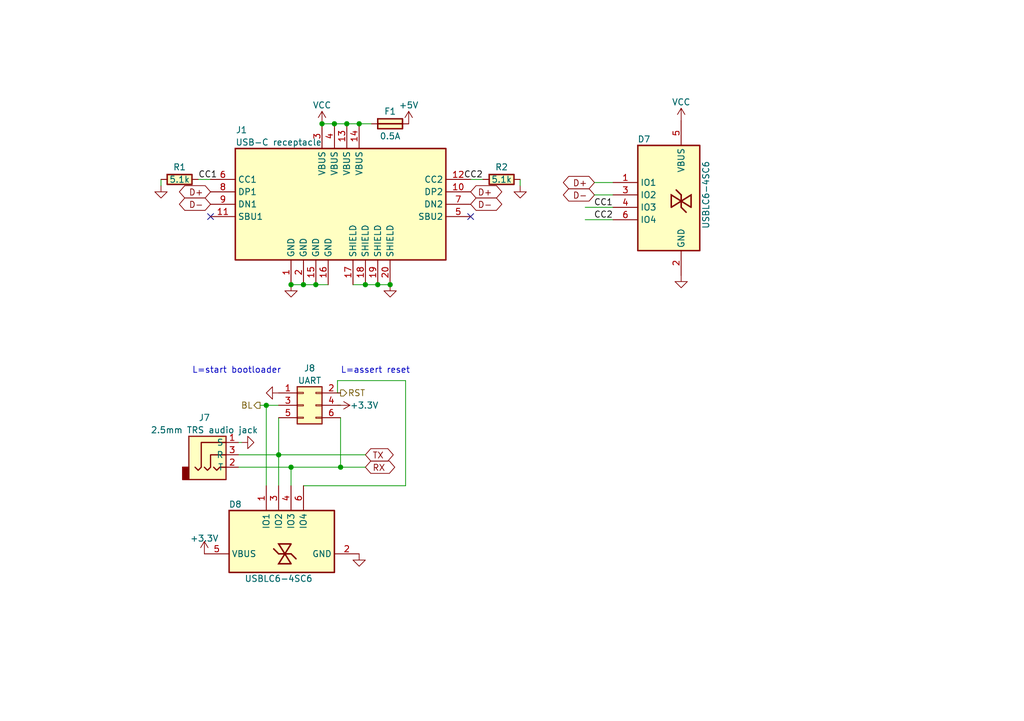
<source format=kicad_sch>
(kicad_sch (version 20230121) (generator eeschema)
  (paper "A5")
  (title_block (title "rSIM") (date "$date$") (rev "$version$.$revision$") (company "CuVoodoo") (comment 1 "King Kévin") (comment 2 "CERN-OHL-S") (comment 3 "USB and UART ports"))
  (lib_symbols
    (symbol "Connector_Audio:AudioJack3"
      (property "Reference" "J7" (at -1.905 7.62 0))
      (property "Value" "AudioJack3" (at -1.905 5.08 0))
      (symbol "AudioJack3_0_1"
        (rectangle (start -5.08 -5.08) (end -6.35 -2.54) (stroke (width 0.254)) (fill (type outline)))
        (polyline (pts (xy 0 -2.54) (xy 0.635 -3.175) (xy 1.27 -2.54) (xy 2.54 -2.54)) (stroke (width 0.254)))
        (polyline (pts (xy -1.905 -2.54) (xy -1.27 -3.175) (xy -0.635 -2.54) (xy -0.635 0) (xy 2.54 0)) (stroke (width 0.254)))
        (polyline (pts (xy 2.54 2.54) (xy -2.54 2.54) (xy -2.54 -2.54) (xy -3.175 -3.175) (xy -3.81 -2.54)) (stroke (width 0.254)))
        (rectangle (start 2.54 3.81) (end -5.08 -5.08) (stroke (width 0.254)) (fill (type background)))
      )
      (symbol "AudioJack3_1_1"
        (pin passive line (at 5.08 2.54 180) (length 2.54) (name "S") (number "1"))
        (pin passive line (at 5.08 -2.54 180) (length 2.54) (name "T") (number "2"))
        (pin passive line (at 5.08 0 180) (length 2.54) (name "R") (number "3"))
      )
    )
    (symbol "Connector_Generic:Conn_02x03_Odd_Even" (pin_names (offset 1.016) hide)
      (property "Reference" "J" (at 1.27 5.08 0))
      (property "Value" "Conn_02x03_Odd_Even" (at 1.27 -5.08 0))
      (symbol "Conn_02x03_Odd_Even_1_1"
        (rectangle (start -1.27 -2.413) (end 0 -2.667) (stroke (width 0.1524)))
        (rectangle (start -1.27 0.127) (end 0 -0.127) (stroke (width 0.1524)))
        (rectangle (start -1.27 2.667) (end 0 2.413) (stroke (width 0.1524)))
        (rectangle (start -1.27 3.81) (end 3.81 -3.81) (stroke (width 0.254)) (fill (type background)))
        (rectangle (start 3.81 -2.413) (end 2.54 -2.667) (stroke (width 0.1524)))
        (rectangle (start 3.81 0.127) (end 2.54 -0.127) (stroke (width 0.1524)))
        (rectangle (start 3.81 2.667) (end 2.54 2.413) (stroke (width 0.1524)))
        (pin passive line (at -5.08 2.54 0) (length 3.81) (name "Pin_1") (number "1"))
        (pin passive line (at 7.62 2.54 180) (length 3.81) (name "Pin_2") (number "2"))
        (pin passive line (at -5.08 0 0) (length 3.81) (name "Pin_3") (number "3"))
        (pin passive line (at 7.62 0 180) (length 3.81) (name "Pin_4") (number "4"))
        (pin passive line (at -5.08 -2.54 0) (length 3.81) (name "Pin_5") (number "5"))
        (pin passive line (at 7.62 -2.54 180) (length 3.81) (name "Pin_6") (number "6"))
      )
    )
    (symbol "partdb:TVS/USBLC6-4SC6"
      (property "Reference" "D" (at 0 0.762 0))
      (property "Value" "USBLC6-4SC6" (at 9.652 -22.352 0))
      (symbol "TVS/USBLC6-4SC6_1_1"
        (polyline (pts (xy 8.89 -12.7) (xy 9.906 -13.716)) (stroke (width 0.305)))
        (polyline (pts (xy 8.89 -10.16) (xy 7.874 -9.144)) (stroke (width 0.305)))
        (polyline (pts (xy 8.89 -10.16) (xy 8.89 -12.7)) (stroke (width 0.305)))
        (polyline (pts (xy 6.858 -10.16) (xy 8.89 -11.43) (xy 6.858 -12.7) (xy 6.858 -10.16)) (stroke (width 0.305)) (fill (type background)))
        (polyline (pts (xy 10.922 -10.16) (xy 8.89 -11.43) (xy 10.922 -12.7) (xy 10.922 -10.16)) (stroke (width 0.305)) (fill (type background)))
        (rectangle (start 0 0) (end 12.7 -21.59) (stroke (width 0.305)) (fill (type background)))
        (pin passive line (at -5.08 -7.62 0) (length 5.08) (name "IO1") (number "1"))
        (pin power_in line (at 8.89 -26.67 90) (length 5.08) (name "GND") (number "2"))
        (pin passive line (at -5.08 -10.16 0) (length 5.08) (name "IO2") (number "3"))
        (pin passive line (at -5.08 -12.7 0) (length 5.08) (name "IO3") (number "4"))
        (pin power_in line (at 8.89 5.08 270) (length 5.08) (name "VBUS") (number "5"))
        (pin passive line (at -5.08 -15.24 0) (length 5.08) (name "IO4") (number "6"))
      )
    )
    (symbol "partdb:USB/TYPE-C-31-M-12"
      (property "Reference" "J" (at 0 0.762 0))
      (property "Value" "HRO_TYPE-C-31-M-12" (at 32.512 -23.622 0))
      (symbol "USB/TYPE-C-31-M-12_1_1"
        (rectangle (start 0 0) (end 43.18 -22.86) (stroke (width 0.305)) (fill (type background)))
        (pin power_in line (at 11.43 -27.94 90) (length 5.08) (name "GND") (number "1"))
        (pin bidirectional line (at 48.26 -8.89 180) (length 5.08) (name "DP2") (number "10"))
        (pin bidirectional line (at -5.08 -13.97 0) (length 5.08) (name "SBU1") (number "11"))
        (pin bidirectional line (at 48.26 -6.35 180) (length 5.08) (name "CC2") (number "12"))
        (pin power_in line (at 22.86 5.08 270) (length 5.08) (name "VBUS") (number "13"))
        (pin power_in line (at 25.4 5.08 270) (length 5.08) (name "VBUS") (number "14"))
        (pin power_in line (at 16.51 -27.94 90) (length 5.08) (name "GND") (number "15"))
        (pin power_in line (at 19.05 -27.94 90) (length 5.08) (name "GND") (number "16"))
        (pin passive line (at 24.13 -27.94 90) (length 5.08) (name "SHIELD") (number "17"))
        (pin passive line (at 26.67 -27.94 90) (length 5.08) (name "SHIELD") (number "18"))
        (pin passive line (at 29.21 -27.94 90) (length 5.08) (name "SHIELD") (number "19"))
        (pin power_in line (at 13.97 -27.94 90) (length 5.08) (name "GND") (number "2"))
        (pin passive line (at 31.75 -27.94 90) (length 5.08) (name "SHIELD") (number "20"))
        (pin power_in line (at 17.78 5.08 270) (length 5.08) (name "VBUS") (number "3"))
        (pin power_in line (at 20.32 5.08 270) (length 5.08) (name "VBUS") (number "4"))
        (pin bidirectional line (at 48.26 -13.97 180) (length 5.08) (name "SBU2") (number "5"))
        (pin bidirectional line (at -5.08 -6.35 0) (length 5.08) (name "CC1") (number "6"))
        (pin bidirectional line (at 48.26 -11.43 180) (length 5.08) (name "DN2") (number "7"))
        (pin bidirectional line (at -5.08 -8.89 0) (length 5.08) (name "DP1") (number "8"))
        (pin bidirectional line (at -5.08 -11.43 0) (length 5.08) (name "DN1") (number "9"))
      )
    )
    (symbol "partdb:fuse/PPTC 0.5A" (pin_numbers hide) (pin_names hide)
      (property "Reference" "F" (at 0 1.778 0))
      (property "Value" "1206SFH" (at 0 -1.778 0))
      (symbol "fuse/PPTC 0.5A_1_1"
        (rectangle (start -2.54 1.016) (end 2.54 -1.016) (stroke (width 0.305)) (fill (type background)))
        (polyline (pts (xy -2.54 0) (xy 2.54 0)) (stroke (width 0.305)))
        (pin passive line (at -3.81 0 0) (length 1.27) (name "L") (number "1"))
        (pin passive line (at 3.81 0 180) (length 1.27) (name "R") (number "2"))
      )
    )
    (symbol "partdb:resistor/R0603 5.1K 1%" (pin_numbers hide) (pin_names hide)
      (property "Reference" "R" (at 0 1.778 0))
      (property "Value" "R0603" (at 0 -1.778 0))
      (symbol "resistor/R0603 5.1K 1%_1_1"
        (rectangle (start -2.54 1.016) (end 2.54 -1.016) (stroke (width 0.305)) (fill (type background)))
        (pin passive line (at -3.81 0 0) (length 1.27) (name "L") (number "1"))
        (pin passive line (at 3.81 0 180) (length 1.27) (name "R") (number "2"))
      )
    )
    (symbol "power:+3.3V" (power) (pin_names (offset 0))
      (property "Value" "+3.3V" (at 0 3.556 0))
      (symbol "+3.3V_0_1"
        (polyline (pts (xy -0.762 1.27) (xy 0 2.54)))
        (polyline (pts (xy 0 0) (xy 0 2.54)))
        (polyline (pts (xy 0 2.54) (xy 0.762 1.27)))
      )
      (symbol "+3.3V_1_1"
        (pin power_in line (at 0 0 90) (length 0) hide (name "+3.3V") (number "1"))
      )
    )
    (symbol "power:+5V" (power) (pin_names (offset 0))
      (property "Value" "+5V" (at 0 3.556 0))
      (symbol "+5V_0_1"
        (polyline (pts (xy -0.762 1.27) (xy 0 2.54)))
        (polyline (pts (xy 0 0) (xy 0 2.54)))
        (polyline (pts (xy 0 2.54) (xy 0.762 1.27)))
      )
      (symbol "+5V_1_1"
        (pin power_in line (at 0 0 90) (length 0) hide (name "+5V") (number "1"))
      )
    )
    (symbol "power:GND" (power) (pin_names (offset 0))
      (property "Value" "GND" (at 0 -3.81 0))
      (symbol "GND_0_1"
        (polyline (pts (xy 0 0) (xy 0 -1.27) (xy 1.27 -1.27) (xy 0 -2.54) (xy -1.27 -1.27) (xy 0 -1.27)))
      )
      (symbol "GND_1_1"
        (pin power_in line (at 0 0 270) (length 0) hide (name "GND") (number "1"))
      )
    )
    (symbol "power:VCC" (power) (pin_names (offset 0))
      (property "Value" "VCC" (at 0 3.81 0))
      (symbol "VCC_0_1"
        (polyline (pts (xy -0.762 1.27) (xy 0 2.54)))
        (polyline (pts (xy 0 0) (xy 0 2.54)))
        (polyline (pts (xy 0 2.54) (xy 0.762 1.27)))
      )
      (symbol "VCC_1_1"
        (pin power_in line (at 0 0 90) (length 0) hide (name "VCC") (number "1"))
      )
    )
  )
  (junction (at 71.12 25.4))
  (junction (at 74.93 58.42))
  (junction (at 69.85 95.885))
  (junction (at 66.04 25.4))
  (junction (at 77.47 58.42))
  (junction (at 64.77 58.42))
  (junction (at 80.01 58.42))
  (junction (at 68.58 25.4))
  (junction (at 57.15 93.345))
  (junction (at 73.66 25.4))
  (junction (at 59.69 58.42))
  (junction (at 59.69 95.885))
  (junction (at 54.61 83.185))
  (junction (at 62.23 58.42))
  (no_connect (at 43.18 44.45))
  (no_connect (at 96.52 44.45))
  (wire (pts (xy 57.15 85.725) (xy 57.15 93.345)))
  (wire (pts (xy 53.34 83.185) (xy 54.61 83.185)))
  (wire (pts (xy 83.185 78.105) (xy 83.185 99.695)))
  (wire (pts (xy 125.73 45.085) (xy 120.015 45.085)))
  (wire (pts (xy 48.895 93.345) (xy 57.15 93.345)))
  (wire (pts (xy 68.58 25.4) (xy 71.12 25.4)))
  (wire (pts (xy 40.64 36.83) (xy 43.18 36.83)))
  (wire (pts (xy 83.185 99.695) (xy 62.23 99.695)))
  (wire (pts (xy 64.77 58.42) (xy 67.31 58.42)))
  (wire (pts (xy 69.85 95.885) (xy 74.93 95.885)))
  (wire (pts (xy 33.02 38.1) (xy 33.02 36.83)))
  (wire (pts (xy 121.92 40.005) (xy 125.73 40.005)))
  (wire (pts (xy 66.04 25.4) (xy 68.58 25.4)))
  (wire (pts (xy 57.15 93.345) (xy 57.15 99.695)))
  (wire (pts (xy 48.895 95.885) (xy 59.69 95.885)))
  (wire (pts (xy 77.47 58.42) (xy 80.01 58.42)))
  (wire (pts (xy 62.23 58.42) (xy 64.77 58.42)))
  (wire (pts (xy 74.93 58.42) (xy 77.47 58.42)))
  (wire (pts (xy 57.15 93.345) (xy 74.93 93.345)))
  (wire (pts (xy 106.68 38.1) (xy 106.68 36.83)))
  (wire (pts (xy 121.92 37.465) (xy 125.73 37.465)))
  (wire (pts (xy 59.69 95.885) (xy 69.85 95.885)))
  (wire (pts (xy 54.61 83.185) (xy 54.61 99.695)))
  (wire (pts (xy 48.895 90.805) (xy 49.53 90.805)))
  (wire (pts (xy 72.39 58.42) (xy 74.93 58.42)))
  (wire (pts (xy 69.215 80.645) (xy 69.85 80.645)))
  (wire (pts (xy 69.215 78.105) (xy 83.185 78.105)))
  (wire (pts (xy 59.69 95.885) (xy 59.69 99.695)))
  (wire (pts (xy 69.85 83.185) (xy 69.215 83.185)))
  (wire (pts (xy 69.215 80.645) (xy 69.215 78.105)))
  (wire (pts (xy 99.06 36.83) (xy 96.52 36.83)))
  (wire (pts (xy 54.61 83.185) (xy 57.15 83.185)))
  (wire (pts (xy 125.73 42.545) (xy 120.015 42.545)))
  (wire (pts (xy 73.66 25.4) (xy 76.2 25.4)))
  (wire (pts (xy 71.12 25.4) (xy 73.66 25.4)))
  (wire (pts (xy 69.85 85.725) (xy 69.85 95.885)))
  (wire (pts (xy 59.69 58.42) (xy 62.23 58.42)))
  (text "L=assert reset" (at 69.85 76.835 0) (effects (font (size 1.27 1.27)) (justify left bottom)))
  (text "L=start bootloader" (at 39.37 76.835 0) (effects (font (size 1.27 1.27)) (justify left bottom)))
  (label "CC2" (at 125.73 45.085 180))
  (label "CC2" (at 99.06 36.83 180))
  (label "CC1" (at 125.73 42.545 180))
  (label "CC1" (at 40.64 36.83 0))
  (global_label "D-" (shape bidirectional) (at 96.52 41.91 0) (property "Intersheetrefs" "${INTERSHEET_REFS}" (effects hide)))
  (global_label "D-" (shape bidirectional) (at 121.92 40.005 180) (property "Intersheetrefs" "${INTERSHEET_REFS}" (effects hide)))
  (global_label "D+" (shape bidirectional) (at 121.92 37.465 180) (property "Intersheetrefs" "${INTERSHEET_REFS}" (effects hide)))
  (global_label "RX" (shape bidirectional) (at 74.93 95.885 0) (property "Intersheetrefs" "${INTERSHEET_REFS}" (effects hide)))
  (global_label "D+" (shape bidirectional) (at 96.52 39.37 0) (property "Intersheetrefs" "${INTERSHEET_REFS}" (effects hide)))
  (global_label "D+" (shape bidirectional) (at 43.18 39.37 180) (property "Intersheetrefs" "${INTERSHEET_REFS}" (effects hide)))
  (global_label "D-" (shape bidirectional) (at 43.18 41.91 180) (property "Intersheetrefs" "${INTERSHEET_REFS}" (effects hide)))
  (global_label "TX" (shape bidirectional) (at 74.93 93.345 0) (property "Intersheetrefs" "${INTERSHEET_REFS}" (effects hide)))
  (hierarchical_label "BL" (shape output) (at 53.34 83.185 180))
  (hierarchical_label "RST" (shape output) (at 69.85 80.645 0))
  (symbol (lib_id "power:VCC") (at 66.04 25.4 0) (unit 1)
    (property "Reference" "#PWR012" (effects hide))
    (property "Value" "VBUS" (at 66.04 21.59 0))
  )
  (symbol (lib_id "partdb:fuse/PPTC 0.5A") (at 80.01 25.4 0) (unit 1)
    (property "Reference" "F1" (at 80.01 22.86 0))
    (property "Value" "0.5A" (at 80.01 27.94 0))
    (property "Footprint" "qeda:FUSC3215X117N" (effects hide))
    (property "Datasheet" "1206 (3216mm) High-Current-Rated Chip Fuse" (effects hide))
    (property "qeda_part" "vreg/fuse_1206sfh" (effects hide))
  )
  (symbol (lib_id "partdb:TVS/USBLC6-4SC6") (at 130.81 29.845 0) (unit 1)
    (property "Reference" "D7" (at 132.08 28.575 0))
    (property "Value" "USBLC6-4SC6" (at 144.78 40.005 90))
    (property "Footprint" "qeda:SOT95P280X145-6N" (effects hide))
    (property "Datasheet" "https://www.st.com/resource/en/datasheet/usblc6-4.pdf" (effects hide))
    (property "qeda_part" "diode/tvs_st_usblc6-4" (effects hide))
    (property "qeda_variant" "sc6" (effects hide))
  )
  (symbol (lib_id "partdb:resistor/R0603 5.1K 1%") (at 102.87 36.83 0) (unit 1)
    (property "Reference" "R2" (at 102.87 34.29 0))
    (property "Value" "5.1k" (at 102.87 36.83 0))
    (property "Footprint" "qeda:UC1608X55N" (effects hide))
    (property "Datasheet" "resistor, chip, 1.6x0.8 mm" (effects hide))
    (property "qeda_part" "resistor/r0603" (effects hide))
    (property "JLCPCB_CORRECTION" "0;0;-90" (effects hide))
    (property "LCSC" "C23186" (effects hide))
    (property "name" "resistor, chip, 1.6x0.8 mm" (effects hide))
  )
  (symbol (lib_id "partdb:resistor/R0603 5.1K 1%") (at 36.83 36.83 0) (unit 1)
    (property "Reference" "R1" (at 36.83 34.29 0))
    (property "Value" "5.1k" (at 36.83 36.83 0))
    (property "Footprint" "qeda:UC1608X55N" (effects hide))
    (property "Datasheet" "resistor, chip, 1.6x0.8 mm" (effects hide))
    (property "qeda_part" "resistor/r0603" (effects hide))
    (property "JLCPCB_CORRECTION" "0;0;-90" (effects hide))
    (property "LCSC" "C23186" (effects hide))
    (property "name" "resistor, chip, 1.6x0.8 mm" (effects hide))
  )
  (symbol (lib_id "power:GND") (at 57.15 80.645 270) (mirror x) (unit 1)
    (property "Reference" "#PWR036" (effects hide))
    (property "Value" "GND" (effects hide))
  )
  (symbol (lib_id "power:GND") (at 80.01 58.42 0) (unit 1)
    (property "Reference" "#PWR013" (effects hide))
    (property "Value" "GND" (effects hide))
  )
  (symbol (lib_id "Connector_Audio:AudioJack3") (at 43.815 93.345 0) (unit 1)
    (property "Reference" "J7" (at 41.91 85.725 0))
    (property "Value" "2.5mm TRS audio jack" (at 41.91 88.265 0))
    (property "Footprint" "qeda:CONNECTOR_PJ-208-SMT" (effects hide))
  )
  (symbol (lib_id "power:VCC") (at 139.7 24.765 0) (mirror y) (unit 1)
    (property "Reference" "#PWR032" (effects hide))
    (property "Value" "VBUS" (at 139.7 20.955 0))
  )
  (symbol (lib_id "partdb:TVS/USBLC6-4SC6") (at 46.99 104.775 90) (mirror x) (unit 1)
    (property "Reference" "D8" (at 48.26 103.505 90))
    (property "Value" "USBLC6-4SC6" (at 57.15 118.745 90))
    (property "Footprint" "qeda:SOT95P280X145-6N" (effects hide))
    (property "Datasheet" "https://www.st.com/resource/en/datasheet/usblc6-4.pdf" (effects hide))
    (property "qeda_part" "diode/tvs_st_usblc6-4" (effects hide))
    (property "qeda_variant" "sc6" (effects hide))
  )
  (symbol (lib_id "power:+5V") (at 83.82 25.4 0) (unit 1)
    (property "Reference" "#PWR02" (effects hide))
    (property "Value" "+5V" (at 83.82 21.59 0))
  )
  (symbol (lib_id "power:GND") (at 59.69 58.42 0) (unit 1)
    (property "Reference" "#PWR014" (effects hide))
    (property "Value" "GND" (effects hide))
  )
  (symbol (lib_id "power:GND") (at 139.7 56.515 0) (mirror y) (unit 1)
    (property "Reference" "#PWR033" (effects hide))
    (property "Value" "GND" (effects hide))
  )
  (symbol (lib_id "power:+3.3V") (at 69.215 83.185 270) (mirror x) (unit 1)
    (property "Reference" "#PWR035" (effects hide))
    (property "Value" "+3.3V" (at 71.755 83.185 90) (effects (justify left)))
  )
  (symbol (lib_id "power:GND") (at 73.66 113.665 0) (mirror y) (unit 1)
    (property "Reference" "#PWR018" (effects hide))
    (property "Value" "GND" (effects hide))
  )
  (symbol (lib_id "power:GND") (at 49.53 90.805 90) (mirror x) (unit 1)
    (property "Reference" "#PWR037" (effects hide))
    (property "Value" "GND" (effects hide))
  )
  (symbol (lib_id "power:+3.3V") (at 41.91 113.665 0) (mirror y) (unit 1)
    (property "Reference" "#PWR034" (effects hide))
    (property "Value" "+3.3V" (at 41.91 110.49 0))
  )
  (symbol (lib_id "power:GND") (at 106.68 38.1 0) (unit 1)
    (property "Reference" "#PWR015" (effects hide))
    (property "Value" "GND" (effects hide))
  )
  (symbol (lib_id "power:GND") (at 33.02 38.1 0) (unit 1)
    (property "Reference" "#PWR016" (effects hide))
    (property "Value" "GND" (effects hide))
  )
  (symbol (lib_id "partdb:USB/TYPE-C-31-M-12") (at 48.26 30.48 0) (unit 1)
    (property "Reference" "J1" (at 49.53 26.67 0))
    (property "Value" "USB-C receptacle" (at 57.15 29.21 0))
    (property "Footprint" "qeda:CONNECTOR_HRO_TYPE-C-31-M-12" (effects hide))
    (property "Datasheet" "https://datasheet.lcsc.com/lcsc/1811131825_Korean-Hroparts-Elec-TYPE-C-31-M-12_C165948.pdf" (effects hide))
    (property "qeda_part" "connector/usb-c_hro_type-c-31-m-12" (effects hide))
    (property "LCSC" "C165948" (effects hide))
  )
  (symbol (lib_id "Connector_Generic:Conn_02x03_Odd_Even") (at 62.23 83.185 0) (unit 1)
    (property "Reference" "J8" (at 63.5 75.565 0))
    (property "Value" "UART" (at 63.5 78.105 0))
    (property "Footprint" "Connector_IDC:IDC-Header_2x03_P2.54mm_Vertical" (effects hide))
  )
)
</source>
